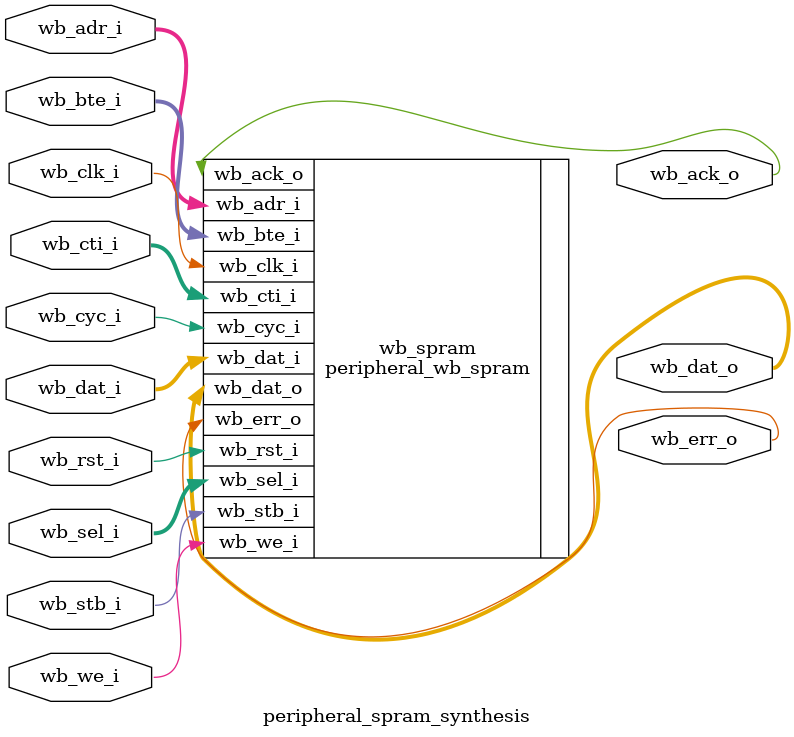
<source format=sv>

/* Copyright (c) 2018-2019 by the author(s)
 *
 * Permission is hereby granted, free of charge, to any person obtaining a copy
 * of this software and associated documentation files (the "Software"), to deal
 * in the Software without restriction, including without limitation the rights
 * to use, copy, modify, merge, publish, distribute, sublicense, and/or sell
 * copies of the Software, and to permit persons to whom the Software is
 * furnished to do so, subject to the following conditions:
 *
 * The above copyright notice and this permission notice shall be included in
 * all copies or substantial portions of the Software.
 *
 * THE SOFTWARE IS PROVIDED "AS IS", WITHOUT WARRANTY OF ANY KIND, EXPRESS OR
 * IMPLIED, INCLUDING BUT NOT LIMITED TO THE WARRANTIES OF MERCHANTABILITY,
 * FITNESS FOR A PARTICULAR PURPOSE AND NONINFRINGEMENT. IN NO EVENT SHALL THE
 * AUTHORS OR COPYRIGHT HOLDERS BE LIABLE FOR ANY CLAIM, DAMAGES OR OTHER
 * LIABILITY, WHETHER IN AN ACTION OF CONTRACT, TORT OR OTHERWISE, ARISING FROM,
 * OUT OF OR IN CONNECTION WITH THE SOFTWARE OR THE USE OR OTHER DEALINGS IN
 * THE SOFTWARE.
 *
 * =============================================================================
 * Author(s):
 *   Paco Reina Campo <pacoreinacampo@queenfield.tech>
 */

module peripheral_spram_synthesis #(
  //Memory parameters
  parameter DEPTH   = 256,
  parameter MEMFILE = "",

  //Wishbone parameters
  parameter DW = 32,
  parameter AW = $clog2(DEPTH)
)
  (
  input           wb_clk_i,
  input           wb_rst_i,

  input  [AW-1:0] wb_adr_i,
  input  [DW-1:0] wb_dat_i,
  input  [   3:0] wb_sel_i,
  input           wb_we_i,
  input  [   1:0] wb_bte_i,
  input  [   2:0] wb_cti_i,
  input           wb_cyc_i,
  input           wb_stb_i,

  output reg      wb_ack_o,
  output          wb_err_o,
  output [DW-1:0] wb_dat_o
);

  //////////////////////////////////////////////////////////////////
  //
  // Module Body
  //

  //DUT WB
  peripheral_wb_spram #(
  //Memory parameters
  .DEPTH   ( DEPTH   ),
  .MEMFILE ( MEMFILE ),

  //Wishbone parameters
  .AW ( AW ),
  .DW ( DW )
  )
  wb_spram (
    .wb_clk_i ( wb_clk_i ),
    .wb_rst_i ( wb_rst_i ),

    .wb_adr_i ( wb_adr_i ),
    .wb_dat_i ( wb_dat_i ),
    .wb_sel_i ( wb_sel_i ),
    .wb_we_i  ( wb_we_i  ),
    .wb_bte_i ( wb_bte_i ),
    .wb_cti_i ( wb_cti_i ),
    .wb_cyc_i ( wb_cyc_i ),
    .wb_stb_i ( wb_stb_i ),
    .wb_ack_o ( wb_ack_o ),
    .wb_err_o ( wb_err_o ),
    .wb_dat_o ( wb_dat_o )
  );
endmodule

</source>
